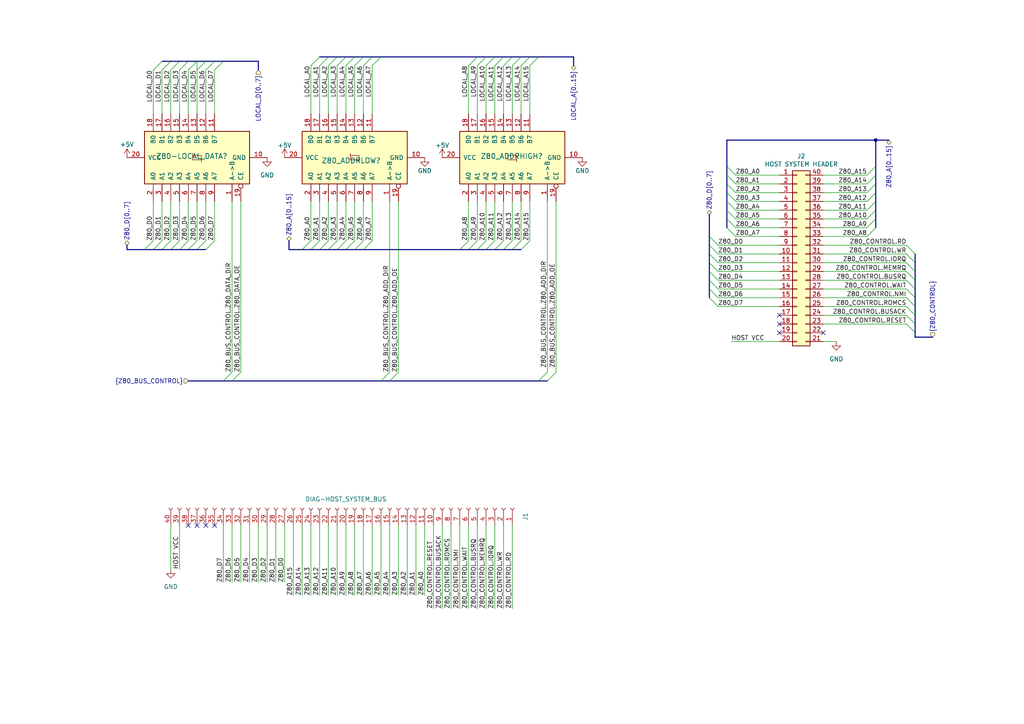
<source format=kicad_sch>
(kicad_sch (version 20230121) (generator eeschema)
  (paper "A4")
  (title_block (title "FujiNet Z80Bus reference design") (date "2023-05-13") (rev "0.1") (company "FujiNet"))
  (lib_symbols
    (symbol "74xx:74HC245" (pin_names (offset 1.016))
      (property "Reference" "U" (at -7.62 16.51 0))
      (property "Value" "74HC245" (at -7.62 -16.51 0))
      (symbol "74HC245_1_0"
        (polyline (pts (xy -0.635 -1.27) (xy -0.635 1.27) (xy 0.635 1.27)))
        (polyline (pts (xy -1.27 -1.27) (xy 0.635 -1.27) (xy 0.635 1.27) (xy 1.27 1.27)))
        (pin input line (at -12.7 -10.16 0) (length 5.08) (name "A->B") (number "1"))
        (pin power_in line (at 0 -20.32 90) (length 5.08) (name "GND") (number "10"))
        (pin tri_state line (at 12.7 -5.08 180) (length 5.08) (name "B7") (number "11"))
        (pin tri_state line (at 12.7 -2.54 180) (length 5.08) (name "B6") (number "12"))
        (pin tri_state line (at 12.7 0 180) (length 5.08) (name "B5") (number "13"))
        (pin tri_state line (at 12.7 2.54 180) (length 5.08) (name "B4") (number "14"))
        (pin tri_state line (at 12.7 5.08 180) (length 5.08) (name "B3") (number "15"))
        (pin tri_state line (at 12.7 7.62 180) (length 5.08) (name "B2") (number "16"))
        (pin tri_state line (at 12.7 10.16 180) (length 5.08) (name "B1") (number "17"))
        (pin tri_state line (at 12.7 12.7 180) (length 5.08) (name "B0") (number "18"))
        (pin input inverted (at -12.7 -12.7 0) (length 5.08) (name "CE") (number "19"))
        (pin tri_state line (at -12.7 12.7 0) (length 5.08) (name "A0") (number "2"))
        (pin power_in line (at 0 20.32 270) (length 5.08) (name "VCC") (number "20"))
        (pin tri_state line (at -12.7 10.16 0) (length 5.08) (name "A1") (number "3"))
        (pin tri_state line (at -12.7 7.62 0) (length 5.08) (name "A2") (number "4"))
        (pin tri_state line (at -12.7 5.08 0) (length 5.08) (name "A3") (number "5"))
        (pin tri_state line (at -12.7 2.54 0) (length 5.08) (name "A4") (number "6"))
        (pin tri_state line (at -12.7 0 0) (length 5.08) (name "A5") (number "7"))
        (pin tri_state line (at -12.7 -2.54 0) (length 5.08) (name "A6") (number "8"))
        (pin tri_state line (at -12.7 -5.08 0) (length 5.08) (name "A7") (number "9"))
      )
      (symbol "74HC245_1_1"
        (rectangle (start -7.62 15.24) (end 7.62 -15.24) (stroke (width 0.254)) (fill (type background)))
      )
    )
    (symbol "Connector:Conn_01x40_Socket" (pin_names (offset 1.016) hide)
      (property "Reference" "J" (at 0 50.8 0))
      (property "Value" "Conn_01x40_Socket" (at 0 -53.34 0))
      (symbol "Conn_01x40_Socket_1_1"
        (arc (start 0 -50.292) (mid -0.5058 -50.8) (end 0 -51.308) (stroke (width 0.1524)))
        (arc (start 0 -47.752) (mid -0.5058 -48.26) (end 0 -48.768) (stroke (width 0.1524)))
        (arc (start 0 -45.212) (mid -0.5058 -45.72) (end 0 -46.228) (stroke (width 0.1524)))
        (arc (start 0 -42.672) (mid -0.5058 -43.18) (end 0 -43.688) (stroke (width 0.1524)))
        (arc (start 0 -40.132) (mid -0.5058 -40.64) (end 0 -41.148) (stroke (width 0.1524)))
        (arc (start 0 -37.592) (mid -0.5058 -38.1) (end 0 -38.608) (stroke (width 0.1524)))
        (arc (start 0 -35.052) (mid -0.5058 -35.56) (end 0 -36.068) (stroke (width 0.1524)))
        (arc (start 0 -32.512) (mid -0.5058 -33.02) (end 0 -33.528) (stroke (width 0.1524)))
        (arc (start 0 -29.972) (mid -0.5058 -30.48) (end 0 -30.988) (stroke (width 0.1524)))
        (arc (start 0 -27.432) (mid -0.5058 -27.94) (end 0 -28.448) (stroke (width 0.1524)))
        (arc (start 0 -24.892) (mid -0.5058 -25.4) (end 0 -25.908) (stroke (width 0.1524)))
        (arc (start 0 -22.352) (mid -0.5058 -22.86) (end 0 -23.368) (stroke (width 0.1524)))
        (arc (start 0 -19.812) (mid -0.5058 -20.32) (end 0 -20.828) (stroke (width 0.1524)))
        (arc (start 0 -17.272) (mid -0.5058 -17.78) (end 0 -18.288) (stroke (width 0.1524)))
        (arc (start 0 -14.732) (mid -0.5058 -15.24) (end 0 -15.748) (stroke (width 0.1524)))
        (arc (start 0 -12.192) (mid -0.5058 -12.7) (end 0 -13.208) (stroke (width 0.1524)))
        (arc (start 0 -9.652) (mid -0.5058 -10.16) (end 0 -10.668) (stroke (width 0.1524)))
        (arc (start 0 -7.112) (mid -0.5058 -7.62) (end 0 -8.128) (stroke (width 0.1524)))
        (arc (start 0 -4.572) (mid -0.5058 -5.08) (end 0 -5.588) (stroke (width 0.1524)))
        (arc (start 0 -2.032) (mid -0.5058 -2.54) (end 0 -3.048) (stroke (width 0.1524)))
        (polyline (pts (xy -1.27 -50.8) (xy -0.508 -50.8)) (stroke (width 0.1524)))
        (polyline (pts (xy -1.27 -48.26) (xy -0.508 -48.26)) (stroke (width 0.1524)))
        (polyline (pts (xy -1.27 -45.72) (xy -0.508 -45.72)) (stroke (width 0.1524)))
        (polyline (pts (xy -1.27 -43.18) (xy -0.508 -43.18)) (stroke (width 0.1524)))
        (polyline (pts (xy -1.27 -40.64) (xy -0.508 -40.64)) (stroke (width 0.1524)))
        (polyline (pts (xy -1.27 -38.1) (xy -0.508 -38.1)) (stroke (width 0.1524)))
        (polyline (pts (xy -1.27 -35.56) (xy -0.508 -35.56)) (stroke (width 0.1524)))
        (polyline (pts (xy -1.27 -33.02) (xy -0.508 -33.02)) (stroke (width 0.1524)))
        (polyline (pts (xy -1.27 -30.48) (xy -0.508 -30.48)) (stroke (width 0.1524)))
        (polyline (pts (xy -1.27 -27.94) (xy -0.508 -27.94)) (stroke (width 0.1524)))
        (polyline (pts (xy -1.27 -25.4) (xy -0.508 -25.4)) (stroke (width 0.1524)))
        (polyline (pts (xy -1.27 -22.86) (xy -0.508 -22.86)) (stroke (width 0.1524)))
        (polyline (pts (xy -1.27 -20.32) (xy -0.508 -20.32)) (stroke (width 0.1524)))
        (polyline (pts (xy -1.27 -17.78) (xy -0.508 -17.78)) (stroke (width 0.1524)))
        (polyline (pts (xy -1.27 -15.24) (xy -0.508 -15.24)) (stroke (width 0.1524)))
        (polyline (pts (xy -1.27 -12.7) (xy -0.508 -12.7)) (stroke (width 0.1524)))
        (polyline (pts (xy -1.27 -10.16) (xy -0.508 -10.16)) (stroke (width 0.1524)))
        (polyline (pts (xy -1.27 -7.62) (xy -0.508 -7.62)) (stroke (width 0.1524)))
        (polyline (pts (xy -1.27 -5.08) (xy -0.508 -5.08)) (stroke (width 0.1524)))
        (polyline (pts (xy -1.27 -2.54) (xy -0.508 -2.54)) (stroke (width 0.1524)))
        (polyline (pts (xy -1.27 0) (xy -0.508 0)) (stroke (width 0.1524)))
        (polyline (pts (xy -1.27 2.54) (xy -0.508 2.54)) (stroke (width 0.1524)))
        (polyline (pts (xy -1.27 5.08) (xy -0.508 5.08)) (stroke (width 0.1524)))
        (polyline (pts (xy -1.27 7.62) (xy -0.508 7.62)) (stroke (width 0.1524)))
        (polyline (pts (xy -1.27 10.16) (xy -0.508 10.16)) (stroke (width 0.1524)))
        (polyline (pts (xy -1.27 12.7) (xy -0.508 12.7)) (stroke (width 0.1524)))
        (polyline (pts (xy -1.27 15.24) (xy -0.508 15.24)) (stroke (width 0.1524)))
        (polyline (pts (xy -1.27 17.78) (xy -0.508 17.78)) (stroke (width 0.1524)))
        (polyline (pts (xy -1.27 20.32) (xy -0.508 20.32)) (stroke (width 0.1524)))
        (polyline (pts (xy -1.27 22.86) (xy -0.508 22.86)) (stroke (width 0.1524)))
        (polyline (pts (xy -1.27 25.4) (xy -0.508 25.4)) (stroke (width 0.1524)))
        (polyline (pts (xy -1.27 27.94) (xy -0.508 27.94)) (stroke (width 0.1524)))
        (polyline (pts (xy -1.27 30.48) (xy -0.508 30.48)) (stroke (width 0.1524)))
        (polyline (pts (xy -1.27 33.02) (xy -0.508 33.02)) (stroke (width 0.1524)))
        (polyline (pts (xy -1.27 35.56) (xy -0.508 35.56)) (stroke (width 0.1524)))
        (polyline (pts (xy -1.27 38.1) (xy -0.508 38.1)) (stroke (width 0.1524)))
        (polyline (pts (xy -1.27 40.64) (xy -0.508 40.64)) (stroke (width 0.1524)))
        (polyline (pts (xy -1.27 43.18) (xy -0.508 43.18)) (stroke (width 0.1524)))
        (polyline (pts (xy -1.27 45.72) (xy -0.508 45.72)) (stroke (width 0.1524)))
        (polyline (pts (xy -1.27 48.26) (xy -0.508 48.26)) (stroke (width 0.1524)))
        (arc (start 0 0.508) (mid -0.5058 0) (end 0 -0.508) (stroke (width 0.1524)))
        (arc (start 0 3.048) (mid -0.5058 2.54) (end 0 2.032) (stroke (width 0.1524)))
        (arc (start 0 5.588) (mid -0.5058 5.08) (end 0 4.572) (stroke (width 0.1524)))
        (arc (start 0 8.128) (mid -0.5058 7.62) (end 0 7.112) (stroke (width 0.1524)))
        (arc (start 0 10.668) (mid -0.5058 10.16) (end 0 9.652) (stroke (width 0.1524)))
        (arc (start 0 13.208) (mid -0.5058 12.7) (end 0 12.192) (stroke (width 0.1524)))
        (arc (start 0 15.748) (mid -0.5058 15.24) (end 0 14.732) (stroke (width 0.1524)))
        (arc (start 0 18.288) (mid -0.5058 17.78) (end 0 17.272) (stroke (width 0.1524)))
        (arc (start 0 20.828) (mid -0.5058 20.32) (end 0 19.812) (stroke (width 0.1524)))
        (arc (start 0 23.368) (mid -0.5058 22.86) (end 0 22.352) (stroke (width 0.1524)))
        (arc (start 0 25.908) (mid -0.5058 25.4) (end 0 24.892) (stroke (width 0.1524)))
        (arc (start 0 28.448) (mid -0.5058 27.94) (end 0 27.432) (stroke (width 0.1524)))
        (arc (start 0 30.988) (mid -0.5058 30.48) (end 0 29.972) (stroke (width 0.1524)))
        (arc (start 0 33.528) (mid -0.5058 33.02) (end 0 32.512) (stroke (width 0.1524)))
        (arc (start 0 36.068) (mid -0.5058 35.56) (end 0 35.052) (stroke (width 0.1524)))
        (arc (start 0 38.608) (mid -0.5058 38.1) (end 0 37.592) (stroke (width 0.1524)))
        (arc (start 0 41.148) (mid -0.5058 40.64) (end 0 40.132) (stroke (width 0.1524)))
        (arc (start 0 43.688) (mid -0.5058 43.18) (end 0 42.672) (stroke (width 0.1524)))
        (arc (start 0 46.228) (mid -0.5058 45.72) (end 0 45.212) (stroke (width 0.1524)))
        (arc (start 0 48.768) (mid -0.5058 48.26) (end 0 47.752) (stroke (width 0.1524)))
        (pin passive line (at -5.08 48.26 0) (length 3.81) (name "Pin_1") (number "1"))
        (pin passive line (at -5.08 25.4 0) (length 3.81) (name "Pin_10") (number "10"))
        (pin passive line (at -5.08 22.86 0) (length 3.81) (name "Pin_11") (number "11"))
        (pin passive line (at -5.08 20.32 0) (length 3.81) (name "Pin_12") (number "12"))
        (pin passive line (at -5.08 17.78 0) (length 3.81) (name "Pin_13") (number "13"))
        (pin passive line (at -5.08 15.24 0) (length 3.81) (name "Pin_14") (number "14"))
        (pin passive line (at -5.08 12.7 0) (length 3.81) (name "Pin_15") (number "15"))
        (pin passive line (at -5.08 10.16 0) (length 3.81) (name "Pin_16") (number "16"))
        (pin passive line (at -5.08 7.62 0) (length 3.81) (name "Pin_17") (number "17"))
        (pin passive line (at -5.08 5.08 0) (length 3.81) (name "Pin_18") (number "18"))
        (pin passive line (at -5.08 2.54 0) (length 3.81) (name "Pin_19") (number "19"))
        (pin passive line (at -5.08 45.72 0) (length 3.81) (name "Pin_2") (number "2"))
        (pin passive line (at -5.08 0 0) (length 3.81) (name "Pin_20") (number "20"))
        (pin passive line (at -5.08 -2.54 0) (length 3.81) (name "Pin_21") (number "21"))
        (pin passive line (at -5.08 -5.08 0) (length 3.81) (name "Pin_22") (number "22"))
        (pin passive line (at -5.08 -7.62 0) (length 3.81) (name "Pin_23") (number "23"))
        (pin passive line (at -5.08 -10.16 0) (length 3.81) (name "Pin_24") (number "24"))
        (pin passive line (at -5.08 -12.7 0) (length 3.81) (name "Pin_25") (number "25"))
        (pin passive line (at -5.08 -15.24 0) (length 3.81) (name "Pin_26") (number "26"))
        (pin passive line (at -5.08 -17.78 0) (length 3.81) (name "Pin_27") (number "27"))
        (pin passive line (at -5.08 -20.32 0) (length 3.81) (name "Pin_28") (number "28"))
        (pin passive line (at -5.08 -22.86 0) (length 3.81) (name "Pin_29") (number "29"))
        (pin passive line (at -5.08 43.18 0) (length 3.81) (name "Pin_3") (number "3"))
        (pin passive line (at -5.08 -25.4 0) (length 3.81) (name "Pin_30") (number "30"))
        (pin passive line (at -5.08 -27.94 0) (length 3.81) (name "Pin_31") (number "31"))
        (pin passive line (at -5.08 -30.48 0) (length 3.81) (name "Pin_32") (number "32"))
        (pin passive line (at -5.08 -33.02 0) (length 3.81) (name "Pin_33") (number "33"))
        (pin passive line (at -5.08 -35.56 0) (length 3.81) (name "Pin_34") (number "34"))
        (pin passive line (at -5.08 -38.1 0) (length 3.81) (name "Pin_35") (number "35"))
        (pin passive line (at -5.08 -40.64 0) (length 3.81) (name "Pin_36") (number "36"))
        (pin passive line (at -5.08 -43.18 0) (length 3.81) (name "Pin_37") (number "37"))
        (pin passive line (at -5.08 -45.72 0) (length 3.81) (name "Pin_38") (number "38"))
        (pin passive line (at -5.08 -48.26 0) (length 3.81) (name "Pin_39") (number "39"))
        (pin passive line (at -5.08 40.64 0) (length 3.81) (name "Pin_4") (number "4"))
        (pin passive line (at -5.08 -50.8 0) (length 3.81) (name "Pin_40") (number "40"))
        (pin passive line (at -5.08 38.1 0) (length 3.81) (name "Pin_5") (number "5"))
        (pin passive line (at -5.08 35.56 0) (length 3.81) (name "Pin_6") (number "6"))
        (pin passive line (at -5.08 33.02 0) (length 3.81) (name "Pin_7") (number "7"))
        (pin passive line (at -5.08 30.48 0) (length 3.81) (name "Pin_8") (number "8"))
        (pin passive line (at -5.08 27.94 0) (length 3.81) (name "Pin_9") (number "9"))
      )
    )
    (symbol "Connector_Generic:Conn_02x20_Counter_Clockwise" (pin_names (offset 1.016) hide)
      (property "Reference" "J" (at 1.27 25.4 0))
      (property "Value" "Conn_02x20_Counter_Clockwise" (at 1.27 -27.94 0))
      (symbol "Conn_02x20_Counter_Clockwise_1_1"
        (rectangle (start -1.27 -25.273) (end 0 -25.527) (stroke (width 0.1524)))
        (rectangle (start -1.27 -22.733) (end 0 -22.987) (stroke (width 0.1524)))
        (rectangle (start -1.27 -20.193) (end 0 -20.447) (stroke (width 0.1524)))
        (rectangle (start -1.27 -17.653) (end 0 -17.907) (stroke (width 0.1524)))
        (rectangle (start -1.27 -15.113) (end 0 -15.367) (stroke (width 0.1524)))
        (rectangle (start -1.27 -12.573) (end 0 -12.827) (stroke (width 0.1524)))
        (rectangle (start -1.27 -10.033) (end 0 -10.287) (stroke (width 0.1524)))
        (rectangle (start -1.27 -7.493) (end 0 -7.747) (stroke (width 0.1524)))
        (rectangle (start -1.27 -4.953) (end 0 -5.207) (stroke (width 0.1524)))
        (rectangle (start -1.27 -2.413) (end 0 -2.667) (stroke (width 0.1524)))
        (rectangle (start -1.27 0.127) (end 0 -0.127) (stroke (width 0.1524)))
        (rectangle (start -1.27 2.667) (end 0 2.413) (stroke (width 0.1524)))
        (rectangle (start -1.27 5.207) (end 0 4.953) (stroke (width 0.1524)))
        (rectangle (start -1.27 7.747) (end 0 7.493) (stroke (width 0.1524)))
        (rectangle (start -1.27 10.287) (end 0 10.033) (stroke (width 0.1524)))
        (rectangle (start -1.27 12.827) (end 0 12.573) (stroke (width 0.1524)))
        (rectangle (start -1.27 15.367) (end 0 15.113) (stroke (width 0.1524)))
        (rectangle (start -1.27 17.907) (end 0 17.653) (stroke (width 0.1524)))
        (rectangle (start -1.27 20.447) (end 0 20.193) (stroke (width 0.1524)))
        (rectangle (start -1.27 22.987) (end 0 22.733) (stroke (width 0.1524)))
        (rectangle (start -1.27 24.13) (end 3.81 -26.67) (stroke (width 0.254)) (fill (type background)))
        (rectangle (start 3.81 -25.273) (end 2.54 -25.527) (stroke (width 0.1524)))
        (rectangle (start 3.81 -22.733) (end 2.54 -22.987) (stroke (width 0.1524)))
        (rectangle (start 3.81 -20.193) (end 2.54 -20.447) (stroke (width 0.1524)))
        (rectangle (start 3.81 -17.653) (end 2.54 -17.907) (stroke (width 0.1524)))
        (rectangle (start 3.81 -15.113) (end 2.54 -15.367) (stroke (width 0.1524)))
        (rectangle (start 3.81 -12.573) (end 2.54 -12.827) (stroke (width 0.1524)))
        (rectangle (start 3.81 -10.033) (end 2.54 -10.287) (stroke (width 0.1524)))
        (rectangle (start 3.81 -7.493) (end 2.54 -7.747) (stroke (width 0.1524)))
        (rectangle (start 3.81 -4.953) (end 2.54 -5.207) (stroke (width 0.1524)))
        (rectangle (start 3.81 -2.413) (end 2.54 -2.667) (stroke (width 0.1524)))
        (rectangle (start 3.81 0.127) (end 2.54 -0.127) (stroke (width 0.1524)))
        (rectangle (start 3.81 2.667) (end 2.54 2.413) (stroke (width 0.1524)))
        (rectangle (start 3.81 5.207) (end 2.54 4.953) (stroke (width 0.1524)))
        (rectangle (start 3.81 7.747) (end 2.54 7.493) (stroke (width 0.1524)))
        (rectangle (start 3.81 10.287) (end 2.54 10.033) (stroke (width 0.1524)))
        (rectangle (start 3.81 12.827) (end 2.54 12.573) (stroke (width 0.1524)))
        (rectangle (start 3.81 15.367) (end 2.54 15.113) (stroke (width 0.1524)))
        (rectangle (start 3.81 17.907) (end 2.54 17.653) (stroke (width 0.1524)))
        (rectangle (start 3.81 20.447) (end 2.54 20.193) (stroke (width 0.1524)))
        (rectangle (start 3.81 22.987) (end 2.54 22.733) (stroke (width 0.1524)))
        (pin passive line (at -5.08 22.86 0) (length 3.81) (name "Pin_1") (number "1"))
        (pin passive line (at -5.08 0 0) (length 3.81) (name "Pin_10") (number "10"))
        (pin passive line (at -5.08 -2.54 0) (length 3.81) (name "Pin_11") (number "11"))
        (pin passive line (at -5.08 -5.08 0) (length 3.81) (name "Pin_12") (number "12"))
        (pin passive line (at -5.08 -7.62 0) (length 3.81) (name "Pin_13") (number "13"))
        (pin passive line (at -5.08 -10.16 0) (length 3.81) (name "Pin_14") (number "14"))
        (pin passive line (at -5.08 -12.7 0) (length 3.81) (name "Pin_15") (number "15"))
        (pin passive line (at -5.08 -15.24 0) (length 3.81) (name "Pin_16") (number "16"))
        (pin passive line (at -5.08 -17.78 0) (length 3.81) (name "Pin_17") (number "17"))
        (pin passive line (at -5.08 -20.32 0) (length 3.81) (name "Pin_18") (number "18"))
        (pin passive line (at -5.08 -22.86 0) (length 3.81) (name "Pin_19") (number "19"))
        (pin passive line (at -5.08 20.32 0) (length 3.81) (name "Pin_2") (number "2"))
        (pin passive line (at -5.08 -25.4 0) (length 3.81) (name "Pin_20") (number "20"))
        (pin passive line (at 7.62 -25.4 180) (length 3.81) (name "Pin_21") (number "21"))
        (pin passive line (at 7.62 -22.86 180) (length 3.81) (name "Pin_22") (number "22"))
        (pin passive line (at 7.62 -20.32 180) (length 3.81) (name "Pin_23") (number "23"))
        (pin passive line (at 7.62 -17.78 180) (length 3.81) (name "Pin_24") (number "24"))
        (pin passive line (at 7.62 -15.24 180) (length 3.81) (name "Pin_25") (number "25"))
        (pin passive line (at 7.62 -12.7 180) (length 3.81) (name "Pin_26") (number "26"))
        (pin passive line (at 7.62 -10.16 180) (length 3.81) (name "Pin_27") (number "27"))
        (pin passive line (at 7.62 -7.62 180) (length 3.81) (name "Pin_28") (number "28"))
        (pin passive line (at 7.62 -5.08 180) (length 3.81) (name "Pin_29") (number "29"))
        (pin passive line (at -5.08 17.78 0) (length 3.81) (name "Pin_3") (number "3"))
        (pin passive line (at 7.62 -2.54 180) (length 3.81) (name "Pin_30") (number "30"))
        (pin passive line (at 7.62 0 180) (length 3.81) (name "Pin_31") (number "31"))
        (pin passive line (at 7.62 2.54 180) (length 3.81) (name "Pin_32") (number "32"))
        (pin passive line (at 7.62 5.08 180) (length 3.81) (name "Pin_33") (number "33"))
        (pin passive line (at 7.62 7.62 180) (length 3.81) (name "Pin_34") (number "34"))
        (pin passive line (at 7.62 10.16 180) (length 3.81) (name "Pin_35") (number "35"))
        (pin passive line (at 7.62 12.7 180) (length 3.81) (name "Pin_36") (number "36"))
        (pin passive line (at 7.62 15.24 180) (length 3.81) (name "Pin_37") (number "37"))
        (pin passive line (at 7.62 17.78 180) (length 3.81) (name "Pin_38") (number "38"))
        (pin passive line (at 7.62 20.32 180) (length 3.81) (name "Pin_39") (number "39"))
        (pin passive line (at -5.08 15.24 0) (length 3.81) (name "Pin_4") (number "4"))
        (pin passive line (at 7.62 22.86 180) (length 3.81) (name "Pin_40") (number "40"))
        (pin passive line (at -5.08 12.7 0) (length 3.81) (name "Pin_5") (number "5"))
        (pin passive line (at -5.08 10.16 0) (length 3.81) (name "Pin_6") (number "6"))
        (pin passive line (at -5.08 7.62 0) (length 3.81) (name "Pin_7") (number "7"))
        (pin passive line (at -5.08 5.08 0) (length 3.81) (name "Pin_8") (number "8"))
        (pin passive line (at -5.08 2.54 0) (length 3.81) (name "Pin_9") (number "9"))
      )
    )
    (symbol "power:+5V" (power) (pin_names (offset 0))
      (property "Value" "+5V" (at 0 3.556 0))
      (symbol "+5V_0_1"
        (polyline (pts (xy -0.762 1.27) (xy 0 2.54)))
        (polyline (pts (xy 0 0) (xy 0 2.54)))
        (polyline (pts (xy 0 2.54) (xy 0.762 1.27)))
      )
      (symbol "+5V_1_1"
        (pin power_in line (at 0 0 90) (length 0) hide (name "+5V") (number "1"))
      )
    )
    (symbol "power:GND" (power) (pin_names (offset 0))
      (property "Value" "GND" (at 0 -3.81 0))
      (symbol "GND_0_1"
        (polyline (pts (xy 0 0) (xy 0 -1.27) (xy 1.27 -1.27) (xy 0 -2.54) (xy -1.27 -1.27) (xy 0 -1.27)))
      )
      (symbol "GND_1_1"
        (pin power_in line (at 0 0 270) (length 0) hide (name "GND") (number "1"))
      )
    )
  )
  (bus_alias "Z80_BUS_CONTROL" (members "Z80_BUS_CONTROL.Z80_DATA_DIR" "Z80_BUS_CONTROL.Z80_DATA_OE" "Z80_BUS_CONTROL.Z80_ADD_DIR" "Z80_BUS_CONTROL.Z80_ADD_OE"))
  (junction (at 254 40.64))
  (no_connect (at 62.23 152.4))
  (no_connect (at 226.06 96.52))
  (no_connect (at 54.61 152.4))
  (no_connect (at 226.06 91.44))
  (no_connect (at 59.69 152.4))
  (no_connect (at 226.06 93.98))
  (no_connect (at 57.15 152.4))
  (no_connect (at 238.76 96.52))
  (bus_entry (at 49.53 20.32) (size 2.54 -2.54))
  (bus_entry (at 100.33 19.05) (size 2.54 -2.54))
  (bus_entry (at 205.74 71.12) (size 2.54 2.54))
  (bus_entry (at 254 58.42) (size -2.54 2.54))
  (bus_entry (at 254 53.34) (size -2.54 2.54))
  (bus_entry (at 262.89 83.82) (size 2.54 2.54))
  (bus_entry (at 46.99 72.39) (size 2.54 -2.54))
  (bus_entry (at 102.87 72.39) (size 2.54 -2.54))
  (bus_entry (at 44.45 20.32) (size 2.54 -2.54))
  (bus_entry (at 262.89 73.66) (size 2.54 2.54))
  (bus_entry (at 44.45 72.39) (size 2.54 -2.54))
  (bus_entry (at 205.74 76.2) (size 2.54 2.54))
  (bus_entry (at 97.79 19.05) (size 2.54 -2.54))
  (bus_entry (at 210.82 55.88) (size 2.54 2.54))
  (bus_entry (at 95.25 19.05) (size 2.54 -2.54))
  (bus_entry (at 254 48.26) (size -2.54 2.54))
  (bus_entry (at 210.82 48.26) (size 2.54 2.54))
  (bus_entry (at 113.03 110.49) (size 2.54 -2.54))
  (bus_entry (at 262.89 86.36) (size 2.54 2.54))
  (bus_entry (at 208.28 83.82) (size -2.54 -2.54))
  (bus_entry (at 105.41 72.39) (size 2.54 -2.54))
  (bus_entry (at 158.75 110.49) (size 2.54 -2.54))
  (bus_entry (at 92.71 72.39) (size 2.54 -2.54))
  (bus_entry (at 254 55.88) (size -2.54 2.54))
  (bus_entry (at 90.17 19.05) (size 2.54 -2.54))
  (bus_entry (at 254 60.96) (size -2.54 2.54))
  (bus_entry (at 52.07 20.32) (size 2.54 -2.54))
  (bus_entry (at 102.87 19.05) (size 2.54 -2.54))
  (bus_entry (at 107.95 19.05) (size 2.54 -2.54))
  (bus_entry (at 148.59 19.05) (size 2.54 -2.54))
  (bus_entry (at 105.41 19.05) (size 2.54 -2.54))
  (bus_entry (at 59.69 72.39) (size 2.54 -2.54))
  (bus_entry (at 262.89 81.28) (size 2.54 2.54))
  (bus_entry (at 95.25 72.39) (size 2.54 -2.54))
  (bus_entry (at 138.43 72.39) (size 2.54 -2.54))
  (bus_entry (at 92.71 19.05) (size 2.54 -2.54))
  (bus_entry (at 54.61 20.32) (size 2.54 -2.54))
  (bus_entry (at 262.89 93.98) (size 2.54 2.54))
  (bus_entry (at 46.99 20.32) (size 2.54 -2.54))
  (bus_entry (at 57.15 20.32) (size 2.54 -2.54))
  (bus_entry (at 153.67 19.05) (size 2.54 -2.54))
  (bus_entry (at 210.82 50.8) (size 2.54 2.54))
  (bus_entry (at 210.82 60.96) (size 2.54 2.54))
  (bus_entry (at 146.05 72.39) (size 2.54 -2.54))
  (bus_entry (at 151.13 72.39) (size 2.54 -2.54))
  (bus_entry (at 151.13 19.05) (size 2.54 -2.54))
  (bus_entry (at 205.74 86.36) (size 2.54 2.54))
  (bus_entry (at 262.89 88.9) (size 2.54 2.54))
  (bus_entry (at 100.33 72.39) (size 2.54 -2.54))
  (bus_entry (at 62.23 20.32) (size 2.54 -2.54))
  (bus_entry (at 262.89 78.74) (size 2.54 2.54))
  (bus_entry (at 97.79 72.39) (size 2.54 -2.54))
  (bus_entry (at 52.07 72.39) (size 2.54 -2.54))
  (bus_entry (at 135.89 72.39) (size 2.54 -2.54))
  (bus_entry (at 205.74 83.82) (size 2.54 2.54))
  (bus_entry (at 210.82 53.34) (size 2.54 2.54))
  (bus_entry (at 54.61 72.39) (size 2.54 -2.54))
  (bus_entry (at 67.31 110.49) (size 2.54 -2.54))
  (bus_entry (at 87.63 72.39) (size 2.54 -2.54))
  (bus_entry (at 138.43 19.05) (size 2.54 -2.54))
  (bus_entry (at 110.49 110.49) (size 2.54 -2.54))
  (bus_entry (at 208.28 71.12) (size -2.54 -2.54))
  (bus_entry (at 146.05 19.05) (size 2.54 -2.54))
  (bus_entry (at 262.89 71.12) (size 2.54 2.54))
  (bus_entry (at 140.97 19.05) (size 2.54 -2.54))
  (bus_entry (at 59.69 20.32) (size 2.54 -2.54))
  (bus_entry (at 254 63.5) (size -2.54 2.54))
  (bus_entry (at 140.97 72.39) (size 2.54 -2.54))
  (bus_entry (at 49.53 72.39) (size 2.54 -2.54))
  (bus_entry (at 254 66.04) (size -2.54 2.54))
  (bus_entry (at 64.77 110.49) (size 2.54 -2.54))
  (bus_entry (at 254 50.8) (size -2.54 2.54))
  (bus_entry (at 148.59 72.39) (size 2.54 -2.54))
  (bus_entry (at 210.82 66.04) (size 2.54 2.54))
  (bus_entry (at 41.91 72.39) (size 2.54 -2.54))
  (bus_entry (at 57.15 72.39) (size 2.54 -2.54))
  (bus_entry (at 210.82 63.5) (size 2.54 2.54))
  (bus_entry (at 210.82 58.42) (size 2.54 2.54))
  (bus_entry (at 156.21 110.49) (size 2.54 -2.54))
  (bus_entry (at 143.51 72.39) (size 2.54 -2.54))
  (bus_entry (at 262.89 91.44) (size 2.54 2.54))
  (bus_entry (at 208.28 81.28) (size -2.54 -2.54))
  (bus_entry (at 133.35 72.39) (size 2.54 -2.54))
  (bus_entry (at 208.28 76.2) (size -2.54 -2.54))
  (bus_entry (at 135.89 19.05) (size 2.54 -2.54))
  (bus_entry (at 262.89 76.2) (size 2.54 2.54))
  (bus_entry (at 143.51 19.05) (size 2.54 -2.54))
  (bus_entry (at 90.17 72.39) (size 2.54 -2.54))
  (wire (pts (xy 130.81 152.4) (xy 130.81 176.53)))
  (wire (pts (xy 102.87 33.02) (xy 102.87 19.05)))
  (wire (pts (xy 113.03 152.4) (xy 113.03 172.72)))
  (wire (pts (xy 77.47 152.4) (xy 77.47 168.91)))
  (bus (pts (xy 49.53 17.78) (xy 52.07 17.78)))
  (bus (pts (xy 87.63 72.39) (xy 90.17 72.39)))
  (bus (pts (xy 254 48.26) (xy 254 50.8)))
  (wire (pts (xy 62.23 33.02) (xy 62.23 20.32)))
  (bus (pts (xy 265.43 76.2) (xy 265.43 78.74)))
  (wire (pts (xy 140.97 33.02) (xy 140.97 19.05)))
  (bus (pts (xy 54.61 110.49) (xy 64.77 110.49)))
  (wire (pts (xy 262.89 73.66) (xy 238.76 73.66)))
  (wire (pts (xy 64.77 152.4) (xy 64.77 168.91)))
  (wire (pts (xy 46.99 58.42) (xy 46.99 69.85)))
  (wire (pts (xy 213.36 53.34) (xy 226.06 53.34)))
  (wire (pts (xy 49.53 58.42) (xy 49.53 69.85)))
  (bus (pts (xy 110.49 110.49) (xy 113.03 110.49)))
  (wire (pts (xy 148.59 33.02) (xy 148.59 19.05)))
  (wire (pts (xy 128.27 152.4) (xy 128.27 176.53)))
  (wire (pts (xy 115.57 107.95) (xy 115.57 58.42)))
  (wire (pts (xy 262.89 81.28) (xy 238.76 81.28)))
  (wire (pts (xy 90.17 152.4) (xy 90.17 172.72)))
  (wire (pts (xy 135.89 33.02) (xy 135.89 19.05)))
  (bus (pts (xy 107.95 16.51) (xy 110.49 16.51)))
  (bus (pts (xy 64.77 17.78) (xy 74.93 17.78)))
  (bus (pts (xy 265.43 86.36) (xy 265.43 88.9)))
  (wire (pts (xy 90.17 58.42) (xy 90.17 69.85)))
  (bus (pts (xy 46.99 72.39) (xy 49.53 72.39)))
  (wire (pts (xy 226.06 99.06) (xy 212.09 99.06)))
  (wire (pts (xy 226.06 60.96) (xy 213.36 60.96)))
  (bus (pts (xy 205.74 68.58) (xy 205.74 71.12)))
  (bus (pts (xy 95.25 16.51) (xy 97.79 16.51)))
  (wire (pts (xy 148.59 58.42) (xy 148.59 69.85)))
  (bus (pts (xy 166.37 16.51) (xy 166.37 19.05)))
  (bus (pts (xy 265.43 78.74) (xy 265.43 81.28)))
  (wire (pts (xy 146.05 33.02) (xy 146.05 19.05)))
  (bus (pts (xy 205.74 83.82) (xy 205.74 86.36)))
  (bus (pts (xy 156.21 110.49) (xy 158.75 110.49)))
  (bus (pts (xy 100.33 72.39) (xy 102.87 72.39)))
  (bus (pts (xy 148.59 72.39) (xy 151.13 72.39)))
  (wire (pts (xy 74.93 152.4) (xy 74.93 168.91)))
  (wire (pts (xy 146.05 58.42) (xy 146.05 69.85)))
  (wire (pts (xy 226.06 68.58) (xy 213.36 68.58)))
  (wire (pts (xy 95.25 152.4) (xy 95.25 172.72)))
  (wire (pts (xy 120.65 152.4) (xy 120.65 172.72)))
  (bus (pts (xy 210.82 58.42) (xy 210.82 60.96)))
  (bus (pts (xy 210.82 55.88) (xy 210.82 58.42)))
  (wire (pts (xy 242.57 99.06) (xy 238.76 99.06)))
  (bus (pts (xy 254 60.96) (xy 254 63.5)))
  (bus (pts (xy 210.82 60.96) (xy 210.82 63.5)))
  (bus (pts (xy 254 40.64) (xy 254 48.26)))
  (bus (pts (xy 205.74 78.74) (xy 205.74 81.28)))
  (bus (pts (xy 140.97 16.51) (xy 143.51 16.51)))
  (bus (pts (xy 62.23 17.78) (xy 64.77 17.78)))
  (bus (pts (xy 153.67 16.51) (xy 156.21 16.51)))
  (wire (pts (xy 69.85 152.4) (xy 69.85 168.91)))
  (bus (pts (xy 210.82 50.8) (xy 210.82 53.34)))
  (wire (pts (xy 262.89 93.98) (xy 238.76 93.98)))
  (bus (pts (xy 265.43 96.52) (xy 265.43 97.79)))
  (wire (pts (xy 238.76 50.8) (xy 251.46 50.8)))
  (wire (pts (xy 143.51 33.02) (xy 143.51 19.05)))
  (bus (pts (xy 67.31 110.49) (xy 110.49 110.49)))
  (wire (pts (xy 97.79 33.02) (xy 97.79 19.05)))
  (bus (pts (xy 210.82 48.26) (xy 210.82 50.8)))
  (wire (pts (xy 105.41 33.02) (xy 105.41 19.05)))
  (bus (pts (xy 113.03 110.49) (xy 156.21 110.49)))
  (bus (pts (xy 146.05 72.39) (xy 148.59 72.39)))
  (wire (pts (xy 57.15 33.02) (xy 57.15 20.32)))
  (wire (pts (xy 49.53 152.4) (xy 49.53 165.1)))
  (bus (pts (xy 64.77 110.49) (xy 67.31 110.49)))
  (wire (pts (xy 151.13 58.42) (xy 151.13 69.85)))
  (bus (pts (xy 146.05 16.51) (xy 148.59 16.51)))
  (wire (pts (xy 226.06 88.9) (xy 208.28 88.9)))
  (wire (pts (xy 251.46 58.42) (xy 238.76 58.42)))
  (bus (pts (xy 254 55.88) (xy 254 58.42)))
  (wire (pts (xy 262.89 91.44) (xy 238.76 91.44)))
  (wire (pts (xy 69.85 58.42) (xy 69.85 107.95)))
  (wire (pts (xy 143.51 152.4) (xy 143.51 176.53)))
  (wire (pts (xy 140.97 58.42) (xy 140.97 69.85)))
  (wire (pts (xy 161.29 107.95) (xy 161.29 58.42)))
  (bus (pts (xy 110.49 16.51) (xy 138.43 16.51)))
  (bus (pts (xy 265.43 73.66) (xy 265.43 76.2)))
  (bus (pts (xy 105.41 72.39) (xy 133.35 72.39)))
  (bus (pts (xy 138.43 72.39) (xy 140.97 72.39)))
  (wire (pts (xy 140.97 152.4) (xy 140.97 176.53)))
  (wire (pts (xy 67.31 152.4) (xy 67.31 168.91)))
  (bus (pts (xy 83.82 72.39) (xy 87.63 72.39)))
  (wire (pts (xy 100.33 152.4) (xy 100.33 172.72)))
  (bus (pts (xy 210.82 40.64) (xy 254 40.64)))
  (wire (pts (xy 226.06 71.12) (xy 208.28 71.12)))
  (wire (pts (xy 52.07 33.02) (xy 52.07 20.32)))
  (wire (pts (xy 100.33 33.02) (xy 100.33 19.05)))
  (wire (pts (xy 213.36 66.04) (xy 226.06 66.04)))
  (wire (pts (xy 97.79 58.42) (xy 97.79 69.85)))
  (bus (pts (xy 205.74 71.12) (xy 205.74 73.66)))
  (wire (pts (xy 105.41 58.42) (xy 105.41 69.85)))
  (wire (pts (xy 107.95 152.4) (xy 107.95 172.72)))
  (bus (pts (xy 54.61 17.78) (xy 57.15 17.78)))
  (wire (pts (xy 57.15 58.42) (xy 57.15 69.85)))
  (wire (pts (xy 113.03 107.95) (xy 113.03 58.42)))
  (wire (pts (xy 102.87 58.42) (xy 102.87 69.85)))
  (wire (pts (xy 226.06 76.2) (xy 208.28 76.2)))
  (bus (pts (xy 148.59 16.51) (xy 151.13 16.51)))
  (wire (pts (xy 262.89 88.9) (xy 238.76 88.9)))
  (wire (pts (xy 213.36 63.5) (xy 226.06 63.5)))
  (bus (pts (xy 44.45 72.39) (xy 46.99 72.39)))
  (bus (pts (xy 54.61 72.39) (xy 57.15 72.39)))
  (wire (pts (xy 107.95 33.02) (xy 107.95 19.05)))
  (bus (pts (xy 102.87 16.51) (xy 105.41 16.51)))
  (bus (pts (xy 205.74 62.23) (xy 205.74 68.58)))
  (wire (pts (xy 44.45 58.42) (xy 44.45 69.85)))
  (bus (pts (xy 265.43 81.28) (xy 265.43 83.82)))
  (wire (pts (xy 143.51 58.42) (xy 143.51 69.85)))
  (bus (pts (xy 92.71 72.39) (xy 95.25 72.39)))
  (bus (pts (xy 52.07 17.78) (xy 54.61 17.78)))
  (wire (pts (xy 54.61 58.42) (xy 54.61 69.85)))
  (wire (pts (xy 62.23 58.42) (xy 62.23 69.85)))
  (wire (pts (xy 90.17 33.02) (xy 90.17 19.05)))
  (wire (pts (xy 92.71 58.42) (xy 92.71 69.85)))
  (wire (pts (xy 226.06 86.36) (xy 208.28 86.36)))
  (bus (pts (xy 210.82 63.5) (xy 210.82 66.04)))
  (bus (pts (xy 210.82 40.64) (xy 210.82 48.26)))
  (bus (pts (xy 166.37 16.51) (xy 156.21 16.51)))
  (wire (pts (xy 46.99 33.02) (xy 46.99 20.32)))
  (bus (pts (xy 105.41 16.51) (xy 107.95 16.51)))
  (wire (pts (xy 118.11 152.4) (xy 118.11 172.72)))
  (wire (pts (xy 52.07 152.4) (xy 52.07 165.1)))
  (wire (pts (xy 52.07 58.42) (xy 52.07 69.85)))
  (bus (pts (xy 59.69 17.78) (xy 62.23 17.78)))
  (bus (pts (xy 265.43 91.44) (xy 265.43 93.98)))
  (wire (pts (xy 148.59 152.4) (xy 148.59 176.53)))
  (bus (pts (xy 90.17 72.39) (xy 92.71 72.39)))
  (wire (pts (xy 213.36 50.8) (xy 226.06 50.8)))
  (bus (pts (xy 92.71 16.51) (xy 95.25 16.51)))
  (bus (pts (xy 265.43 97.79) (xy 270.51 97.79)))
  (wire (pts (xy 100.33 58.42) (xy 100.33 69.85)))
  (wire (pts (xy 92.71 33.02) (xy 92.71 19.05)))
  (bus (pts (xy 46.99 17.78) (xy 49.53 17.78)))
  (wire (pts (xy 238.76 55.88) (xy 251.46 55.88)))
  (bus (pts (xy 254 63.5) (xy 254 66.04)))
  (wire (pts (xy 80.01 152.4) (xy 80.01 168.91)))
  (wire (pts (xy 59.69 58.42) (xy 59.69 69.85)))
  (wire (pts (xy 44.45 33.02) (xy 44.45 20.32)))
  (bus (pts (xy 49.53 72.39) (xy 52.07 72.39)))
  (bus (pts (xy 97.79 16.51) (xy 100.33 16.51)))
  (wire (pts (xy 135.89 152.4) (xy 135.89 176.53)))
  (bus (pts (xy 265.43 88.9) (xy 265.43 91.44)))
  (wire (pts (xy 97.79 152.4) (xy 97.79 172.72)))
  (wire (pts (xy 146.05 152.4) (xy 146.05 176.53)))
  (wire (pts (xy 107.95 58.42) (xy 107.95 69.85)))
  (bus (pts (xy 135.89 72.39) (xy 138.43 72.39)))
  (wire (pts (xy 95.25 58.42) (xy 95.25 69.85)))
  (wire (pts (xy 87.63 152.4) (xy 87.63 172.72)))
  (wire (pts (xy 262.89 83.82) (xy 238.76 83.82)))
  (wire (pts (xy 72.39 152.4) (xy 72.39 168.91)))
  (bus (pts (xy 254 58.42) (xy 254 60.96)))
  (wire (pts (xy 102.87 152.4) (xy 102.87 172.72)))
  (wire (pts (xy 115.57 152.4) (xy 115.57 172.72)))
  (wire (pts (xy 138.43 33.02) (xy 138.43 19.05)))
  (wire (pts (xy 105.41 152.4) (xy 105.41 172.72)))
  (wire (pts (xy 153.67 58.42) (xy 153.67 69.85)))
  (wire (pts (xy 151.13 33.02) (xy 151.13 19.05)))
  (bus (pts (xy 140.97 72.39) (xy 143.51 72.39)))
  (bus (pts (xy 36.83 72.39) (xy 41.91 72.39)))
  (wire (pts (xy 213.36 55.88) (xy 226.06 55.88)))
  (wire (pts (xy 226.06 73.66) (xy 208.28 73.66)))
  (bus (pts (xy 102.87 72.39) (xy 105.41 72.39)))
  (wire (pts (xy 138.43 58.42) (xy 138.43 69.85)))
  (wire (pts (xy 82.55 152.4) (xy 82.55 168.91)))
  (wire (pts (xy 238.76 60.96) (xy 251.46 60.96)))
  (wire (pts (xy 262.89 86.36) (xy 238.76 86.36)))
  (wire (pts (xy 226.06 81.28) (xy 208.28 81.28)))
  (bus (pts (xy 265.43 93.98) (xy 265.43 96.52)))
  (wire (pts (xy 262.89 71.12) (xy 238.76 71.12)))
  (wire (pts (xy 123.19 152.4) (xy 123.19 172.72)))
  (bus (pts (xy 265.43 83.82) (xy 265.43 86.36)))
  (wire (pts (xy 57.15 20.32) (xy 57.15 17.78)))
  (wire (pts (xy 125.73 152.4) (xy 125.73 176.53)))
  (bus (pts (xy 83.82 69.85) (xy 83.82 72.39)))
  (bus (pts (xy 205.74 76.2) (xy 205.74 78.74)))
  (wire (pts (xy 67.31 58.42) (xy 67.31 107.95)))
  (bus (pts (xy 74.93 20.32) (xy 74.93 17.78)))
  (bus (pts (xy 57.15 72.39) (xy 59.69 72.39)))
  (wire (pts (xy 226.06 78.74) (xy 208.28 78.74)))
  (wire (pts (xy 133.35 152.4) (xy 133.35 176.53)))
  (bus (pts (xy 36.83 71.12) (xy 36.83 72.39)))
  (wire (pts (xy 251.46 53.34) (xy 238.76 53.34)))
  (wire (pts (xy 153.67 33.02) (xy 153.67 19.05)))
  (bus (pts (xy 95.25 72.39) (xy 97.79 72.39)))
  (bus (pts (xy 143.51 16.51) (xy 146.05 16.51)))
  (bus (pts (xy 100.33 16.51) (xy 102.87 16.51)))
  (wire (pts (xy 54.61 33.02) (xy 54.61 20.32)))
  (wire (pts (xy 92.71 152.4) (xy 92.71 172.72)))
  (bus (pts (xy 210.82 53.34) (xy 210.82 55.88)))
  (bus (pts (xy 257.81 40.64) (xy 254 40.64)))
  (bus (pts (xy 57.15 17.78) (xy 59.69 17.78)))
  (bus (pts (xy 205.74 73.66) (xy 205.74 76.2)))
  (wire (pts (xy 262.89 78.74) (xy 238.76 78.74)))
  (wire (pts (xy 135.89 58.42) (xy 135.89 69.85)))
  (wire (pts (xy 262.89 76.2) (xy 238.76 76.2)))
  (bus (pts (xy 151.13 16.51) (xy 153.67 16.51)))
  (wire (pts (xy 158.75 107.95) (xy 158.75 58.42)))
  (wire (pts (xy 49.53 33.02) (xy 49.53 20.32)))
  (wire (pts (xy 138.43 152.4) (xy 138.43 176.53)))
  (wire (pts (xy 226.06 83.82) (xy 208.28 83.82)))
  (bus (pts (xy 143.51 72.39) (xy 146.05 72.39)))
  (bus (pts (xy 138.43 16.51) (xy 140.97 16.51)))
  (wire (pts (xy 251.46 68.58) (xy 238.76 68.58)))
  (wire (pts (xy 110.49 152.4) (xy 110.49 172.72)))
  (wire (pts (xy 59.69 33.02) (xy 59.69 20.32)))
  (bus (pts (xy 133.35 72.39) (xy 135.89 72.39)))
  (bus (pts (xy 52.07 72.39) (xy 54.61 72.39)))
  (bus (pts (xy 254 50.8) (xy 254 53.34)))
  (wire (pts (xy 238.76 66.04) (xy 251.46 66.04)))
  (wire (pts (xy 85.09 152.4) (xy 85.09 172.72)))
  (bus (pts (xy 97.79 72.39) (xy 100.33 72.39)))
  (bus (pts (xy 205.74 81.28) (xy 205.74 83.82)))
  (bus (pts (xy 254 53.34) (xy 254 55.88)))
  (wire (pts (xy 95.25 33.02) (xy 95.25 19.05)))
  (wire (pts (xy 251.46 63.5) (xy 238.76 63.5)))
  (bus (pts (xy 41.91 72.39) (xy 44.45 72.39)))
  (wire (pts (xy 213.36 58.42) (xy 226.06 58.42)))
  (label "LOCAL_A3" (at 97.79 19.05 270))
  (label "Z80_D0" (at 82.55 168.91 90))
  (label "Z80_A12" (at 92.71 172.72 90))
  (label "LOCAL_A6" (at 105.41 19.05 270))
  (label "LOCAL_A0" (at 90.17 19.05 270))
  (label "Z80_D3" (at 208.28 78.74 0))
  (label "Z80_CONTROL.ROMCS" (at 130.81 176.53 90))
  (label "Z80_D2" (at 49.53 69.85 90))
  (label "Z80_A0" (at 123.19 172.72 90))
  (label "Z80_D3" (at 52.07 69.85 90))
  (label "LOCAL_A8" (at 135.89 19.05 270))
  (label "Z80_A0" (at 213.36 50.8 0))
  (label "Z80_D2" (at 77.47 168.91 90))
  (label "Z80_A7" (at 107.95 69.85 90))
  (label "LOCAL_A12" (at 146.05 19.05 270))
  (label "LOCAL_A15" (at 153.67 19.05 270))
  (label "Z80_A9" (at 100.33 172.72 90))
  (label "Z80_D0" (at 208.28 71.12 0))
  (label "Z80_A12" (at 251.46 58.42 180))
  (label "LOCAL_D0" (at 44.45 20.32 270))
  (label "Z80_D5" (at 69.85 168.91 90))
  (label "Z80_D6" (at 67.31 168.91 90))
  (label "Z80_A9" (at 138.43 69.85 90))
  (label "Z80_D7" (at 62.23 69.85 90))
  (label "Z80_A0" (at 90.17 69.85 90))
  (label "Z80_A4" (at 213.36 60.96 0))
  (label "LOCAL_D3" (at 52.07 20.32 270))
  (label "Z80_A2" (at 95.25 69.85 90))
  (label "Z80_A11" (at 95.25 172.72 90))
  (label "Z80_A4" (at 113.03 172.72 90))
  (label "LOCAL_A1" (at 92.71 19.05 270))
  (label "Z80_A2" (at 118.11 172.72 90))
  (label "Z80_CONTROL.WR" (at 262.89 73.66 180))
  (label "Z80_D0" (at 44.45 69.85 90))
  (label "LOCAL_A5" (at 102.87 19.05 270))
  (label "Z80_CONTROL.IORQ" (at 262.89 76.2 180))
  (label "HOST VCC" (at 52.07 165.1 90))
  (label "Z80_A13" (at 90.17 172.72 90))
  (label "Z80_A6" (at 105.41 69.85 90))
  (label "Z80_BUS_CONTROL.Z80_ADD_DIR" (at 158.75 106.68 90))
  (label "Z80_A1" (at 120.65 172.72 90))
  (label "Z80_CONTROL.NMI" (at 262.89 86.36 180))
  (label "Z80_A7" (at 105.41 172.72 90))
  (label "LOCAL_D7" (at 62.23 20.32 270))
  (label "Z80_D4" (at 72.39 168.91 90))
  (label "Z80_BUS_CONTROL.Z80_ADD_DIR" (at 113.03 107.95 90))
  (label "Z80_D1" (at 208.28 73.66 0))
  (label "Z80_A3" (at 115.57 172.72 90))
  (label "Z80_A5" (at 102.87 69.85 90))
  (label "LOCAL_D2" (at 49.53 20.32 270))
  (label "Z80_D5" (at 57.15 69.85 90))
  (label "Z80_A14" (at 251.46 53.34 180))
  (label "Z80_A13" (at 251.46 55.88 180))
  (label "Z80_CONTROL.IORQ" (at 143.51 176.53 90))
  (label "Z80_A10" (at 97.79 172.72 90))
  (label "LOCAL_D1" (at 46.99 20.32 270))
  (label "Z80_CONTROL.RD" (at 262.89 71.12 180))
  (label "Z80_CONTROL.BUSACK" (at 262.89 91.44 180))
  (label "Z80_CONTROL.BUSACK" (at 128.27 176.53 90))
  (label "Z80_D3" (at 74.93 168.91 90))
  (label "HOST VCC" (at 212.09 99.06 0))
  (label "Z80_CONTROL.RESET" (at 125.73 176.53 90))
  (label "Z80_A8" (at 102.87 172.72 90))
  (label "Z80_BUS_CONTROL.Z80_ADD_OE" (at 161.29 106.68 90))
  (label "Z80_A1" (at 92.71 69.85 90))
  (label "Z80_CONTROL.WAIT" (at 262.89 83.82 180))
  (label "Z80_A5" (at 213.36 63.5 0))
  (label "Z80_CONTROL.WAIT" (at 135.89 176.53 90))
  (label "LOCAL_D5" (at 57.15 20.32 270))
  (label "Z80_A4" (at 100.33 69.85 90))
  (label "Z80_A15" (at 85.09 172.72 90))
  (label "Z80_A10" (at 251.46 63.5 180))
  (label "Z80_CONTROL.RD" (at 148.59 176.53 90))
  (label "Z80_A6" (at 107.95 172.72 90))
  (label "Z80_A14" (at 87.63 172.72 90))
  (label "LOCAL_A7" (at 107.95 19.05 270))
  (label "Z80_CONTROL.WR" (at 146.05 176.53 90))
  (label "Z80_A9" (at 251.46 66.04 180))
  (label "Z80_D6" (at 59.69 69.85 90))
  (label "Z80_D4" (at 208.28 81.28 0))
  (label "Z80_A3" (at 213.36 58.42 0))
  (label "Z80_D1" (at 46.99 69.85 90))
  (label "Z80_CONTROL.MEMRQ" (at 262.89 78.74 180))
  (label "Z80_A15" (at 153.67 69.85 90))
  (label "Z80_CONTROL.MEMRQ" (at 140.97 176.53 90))
  (label "Z80_D7" (at 64.77 168.91 90))
  (label "Z80_CONTROL.ROMCS" (at 262.89 88.9 180))
  (label "Z80_A10" (at 140.97 69.85 90))
  (label "LOCAL_A13" (at 148.59 19.05 270))
  (label "Z80_A2" (at 213.36 55.88 0))
  (label "LOCAL_D6" (at 59.69 20.32 270))
  (label "Z80_BUS_CONTROL.Z80_ADD_OE" (at 115.57 107.95 90))
  (label "Z80_A11" (at 251.46 60.96 180))
  (label "Z80_A14" (at 151.13 69.85 90))
  (label "Z80_BUS_CONTROL.Z80_DATA_OE" (at 69.85 107.95 90))
  (label "LOCAL_A14" (at 151.13 19.05 270))
  (label "Z80_A1" (at 213.36 53.34 0))
  (label "Z80_D1" (at 80.01 168.91 90))
  (label "Z80_A11" (at 143.51 69.85 90))
  (label "Z80_A7" (at 213.36 68.58 0))
  (label "LOCAL_A10" (at 140.97 19.05 270))
  (label "Z80_D5" (at 208.28 83.82 0))
  (label "LOCAL_A11" (at 143.51 19.05 270))
  (label "Z80_A8" (at 135.89 69.85 90))
  (label "Z80_A15" (at 251.46 50.8 180))
  (label "Z80_CONTROL.BUSRQ" (at 262.89 81.28 180))
  (label "LOCAL_D4" (at 54.61 20.32 270))
  (label "Z80_D4" (at 54.61 69.85 90))
  (label "Z80_A6" (at 213.36 66.04 0))
  (label "Z80_A13" (at 148.59 69.85 90))
  (label "LOCAL_A9" (at 138.43 19.05 270))
  (label "Z80_D7" (at 208.28 88.9 0))
  (label "LOCAL_A4" (at 100.33 19.05 270))
  (label "Z80_BUS_CONTROL.Z80_DATA_DIR" (at 67.31 107.95 90))
  (label "Z80_A3" (at 97.79 69.85 90))
  (label "Z80_CONTROL.NMI" (at 133.35 176.53 90))
  (label "Z80_CONTROL.BUSRQ" (at 138.43 176.53 90))
  (label "Z80_D6" (at 208.28 86.36 0))
  (label "Z80_D2" (at 208.28 76.2 0))
  (label "Z80_A5" (at 110.49 172.72 90))
  (label "Z80_A8" (at 251.46 68.58 180))
  (label "Z80_CONTROL.RESET" (at 262.89 93.98 180))
  (label "LOCAL_A2" (at 95.25 19.05 270))
  (label "Z80_A12" (at 146.05 69.85 90))
  (hierarchical_label "Z80_A[0..15]" (shape bidirectional) (at 83.82 69.85 90))
  (hierarchical_label "{Z80_CONTROL}" (shape input) (at 270.51 97.79 90))
  (hierarchical_label "Z80_D[0..7]" (shape bidirectional) (at 36.83 71.12 90))
  (hierarchical_label "Z80_A[0..15]" (shape bidirectional) (at 257.81 40.64 270))
  (hierarchical_label "LOCAL_A[0..15]" (shape bidirectional) (at 166.37 19.05 270))
  (hierarchical_label "{Z80_BUS_CONTROL}" (shape input) (at 54.61 110.49 180))
  (hierarchical_label "Z80_D[0..7]" (shape bidirectional) (at 205.74 62.23 90))
  (hierarchical_label "LOCAL_D[0..7]" (shape input) (at 74.93 20.32 270))
  (symbol (lib_id "Connector:Conn_01x40_Socket") (at 100.33 147.32 270) (mirror x) (unit 1)
    (property "Reference" "J1" (at 152.4 149.86 0))
    (property "Value" "DIAG-HOST_SYSTEM_BUS" (at 100.33 144.78 90))
    (property "Footprint" "Connector_PinHeader_2.54mm:PinHeader_1x40_P2.54mm_Vertical" (effects hide))
  )
  (symbol (lib_id "Connector_Generic:Conn_02x20_Counter_Clockwise") (at 231.14 73.66 0) (unit 1)
    (property "Reference" "J2" (at 232.41 45.2882 0))
    (property "Value" "HOST SYSTEM HEADER" (at 232.41 47.5996 0))
    (property "Footprint" "Connector_PinHeader_2.54mm:PinHeader_2x20_P2.54mm_Vertical" (effects hide))
  )
  (symbol (lib_id "74xx:74HC245") (at 57.15 45.72 90) (unit 1)
    (property "Reference" "Z80-LOCAL_DATA?" (at 66.04 44.45 90) (effects (font (size 1.4986 1.4986)) (justify left bottom)))
    (property "Value" "74HC245N" (effects hide))
    (property "Footprint" "Package_DIP:DIP-20_W7.62mm_Socket" (effects hide))
    (property "Datasheet" "http://www.ti.com/lit/gpn/sn74HC245" (effects hide))
    (instances (project "FujiNet_Z80Bus_ReferenceDesign" (path "" (reference "Z80-LOCAL_DATA?") (unit 1)) (path "" (reference "Z80-LOCAL_DATA1") (unit 1))))
  )
  (symbol (lib_id "74xx:74HC245") (at 148.59 45.72 90) (unit 1)
    (property "Reference" "Z80_ADDRHIGH?" (at 157.48 44.45 90) (effects (font (size 1.4986 1.4986)) (justify left bottom)))
    (property "Value" "74HC245N" (effects hide))
    (property "Footprint" "Package_DIP:DIP-20_W7.62mm_Socket" (effects hide))
    (property "Datasheet" "http://www.ti.com/lit/gpn/sn74HC245" (effects hide))
    (instances (project "FujiNet_Z80Bus_ReferenceDesign" (path "" (reference "Z80_ADDRHIGH?") (unit 1)) (path "" (reference "Z80_ADDRHIGH1") (unit 1))))
  )
  (symbol (lib_id "74xx:74HC245") (at 102.87 45.72 90) (unit 1)
    (property "Reference" "Z80_ADDRLOW?" (at 110.49 45.72 90) (effects (font (size 1.4986 1.4986)) (justify left bottom)))
    (property "Value" "74HC245N" (effects hide))
    (property "Footprint" "Package_DIP:DIP-20_W7.62mm_Socket" (effects hide))
    (property "Datasheet" "http://www.ti.com/lit/gpn/sn74HC245" (effects hide))
    (instances (project "FujiNet_Z80Bus_ReferenceDesign" (path "" (reference "Z80_ADDRLOW?") (unit 1)) (path "" (reference "Z80_ADDRLOW1") (unit 1))))
  )
  (symbol (lib_id "power:GND") (at 49.53 165.1 0) (unit 1)
    (property "Reference" "#PWR018" (effects hide))
    (property "Value" "GND" (at 49.53 170.18 0))
  )
  (symbol (lib_id "power:GND") (at 77.47 45.72 0) (unit 1)
    (property "Reference" "#PWR052" (effects hide))
    (property "Value" "GND" (at 77.47 50.8 0))
  )
  (symbol (lib_id "power:GND") (at 242.57 99.06 0) (unit 1)
    (property "Reference" "#PWR017" (effects hide))
    (property "Value" "GND" (at 242.57 104.14 0))
  )
  (symbol (lib_id "power:GND") (at 168.91 45.72 0) (unit 1)
    (property "Reference" "#PWR0116" (effects hide))
    (property "Value" "GND" (at 168.91 49.53 0))
  )
  (symbol (lib_id "power:+5V") (at 36.83 45.72 0) (unit 1)
    (property "Reference" "#PWR051" (effects hide))
    (property "Value" "+5V" (at 36.83 41.91 0))
  )
  (symbol (lib_id "power:+5V") (at 82.55 45.72 0) (unit 1)
    (property "Reference" "#PWR0114" (effects hide))
    (property "Value" "+5V" (at 82.55 42.164 0))
  )
  (symbol (lib_id "power:+5V") (at 128.27 45.72 0) (unit 1)
    (property "Reference" "#PWR0115" (effects hide))
    (property "Value" "+5V" (at 128.27 42.164 0))
  )
  (symbol (lib_id "power:GND") (at 123.19 45.72 0) (unit 1)
    (property "Reference" "#PWR0113" (effects hide))
    (property "Value" "GND" (at 123.19 49.53 0))
  )
)
</source>
